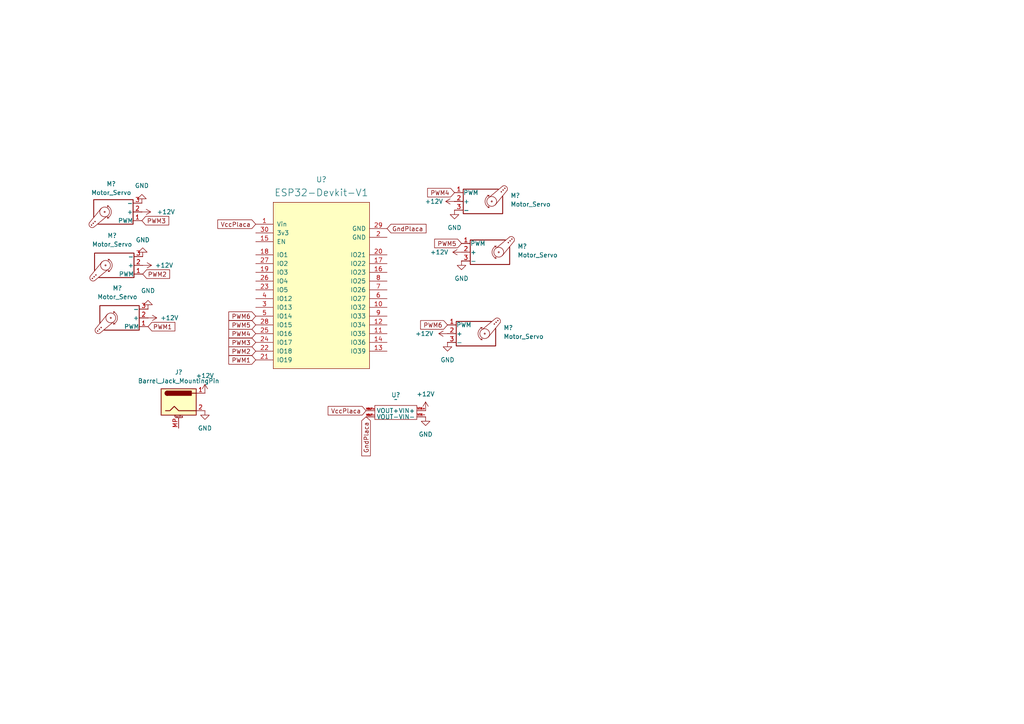
<source format=kicad_sch>
(kicad_sch (version 20231120) (generator "eeschema") (generator_version "8.0")
  (paper "A4")
  (lib_symbols
    (symbol "Connector:Barrel_Jack_MountingPin" (pin_names hide)
      (property "Reference" "J" (at 0 5.334 0))
      (property "Value" "Barrel_Jack_MountingPin" (at 1.27 -6.35 0))
      (symbol "Barrel_Jack_MountingPin_0_1"
        (rectangle (start -5.08 3.81) (end 5.08 -3.81) (stroke (width 0.254)) (fill (type background)))
        (arc (start -3.302 3.175) (mid -3.9343 2.54) (end -3.302 1.905) (stroke (width 0.254)))
        (arc (start -3.302 3.175) (mid -3.9343 2.54) (end -3.302 1.905) (stroke (width 0.254)) (fill (type outline)))
        (polyline (pts (xy 5.08 2.54) (xy 3.81 2.54)) (stroke (width 0.254)))
        (polyline (pts (xy -3.81 -2.54) (xy -2.54 -2.54) (xy -1.27 -1.27) (xy 0 -2.54) (xy 2.54 -2.54) (xy 5.08 -2.54)) (stroke (width 0.254)))
        (rectangle (start 3.683 3.175) (end -3.302 1.905) (stroke (width 0.254)) (fill (type outline)))
      )
      (symbol "Barrel_Jack_MountingPin_1_1"
        (polyline (pts (xy -1.016 -4.572) (xy 1.016 -4.572)) (stroke (width 0.1524)))
        (text "Mounting" (at 0 -4.191 0) (effects (font (size 0.381 0.381))))
        (pin passive line (at 7.62 2.54 180) (length 2.54) (name "~") (number "1"))
        (pin passive line (at 7.62 -2.54 180) (length 2.54) (name "~") (number "2"))
        (pin passive line (at 0 -7.62 90) (length 3.048) (name "MountPin") (number "MP"))
      )
    )
    (symbol "Motor:Motor_Servo" (pin_names (offset 0.0254))
      (property "Reference" "M" (at -5.08 4.445 0))
      (property "Value" "Motor_Servo" (at -5.08 -4.064 0))
      (symbol "Motor_Servo_0_1"
        (polyline (pts (xy 2.413 -1.778) (xy 2.032 -1.778)))
        (polyline (pts (xy 2.413 -1.778) (xy 2.286 -1.397)))
        (polyline (pts (xy 2.413 1.778) (xy 1.905 1.778)))
        (polyline (pts (xy 2.413 1.778) (xy 2.286 1.397)))
        (polyline (pts (xy 6.35 4.445) (xy 2.54 1.27)))
        (polyline (pts (xy 7.62 3.175) (xy 4.191 -1.016)))
        (polyline (pts (xy 5.08 3.556) (xy -5.08 3.556) (xy -5.08 -3.556) (xy 6.35 -3.556) (xy 6.35 1.524)) (stroke (width 0.254)))
        (arc (start 2.413 1.778) (mid 1.2406 0) (end 2.413 -1.778))
        (circle (center 3.175 0) (radius 0.1778))
        (circle (center 3.175 0) (radius 1.4224))
        (circle (center 5.969 2.794) (radius 0.127))
        (circle (center 6.477 3.302) (radius 0.127))
        (circle (center 6.985 3.81) (radius 0.127))
        (arc (start 7.62 3.175) (mid 7.4485 4.2735) (end 6.35 4.445))
      )
      (symbol "Motor_Servo_1_1"
        (pin passive line (at -7.62 2.54 0) (length 2.54) (name "PWM") (number "1"))
        (pin passive line (at -7.62 0 0) (length 2.54) (name "+") (number "2"))
        (pin passive line (at -7.62 -2.54 0) (length 2.54) (name "-") (number "3"))
      )
    )
    (symbol "Mt3608:LM2596"
      (property "Reference" "U" (at 0 3.81 0))
      (symbol "LM2596_0_1"
        (rectangle (start -6.096 2.794) (end 6.096 -1.27))
      )
      (symbol "LM2596_1_1"
        (pin input line (at 8.636 1.27 180) (length 2.54) (name "VIN+") (number "VIN+"))
        (pin input line (at 8.636 -0.508 180) (length 2.54) (name "VIN-") (number "VIN-"))
        (pin input line (at -8.636 1.27 0) (length 2.54) (name "VOUT+") (number "VOUT+"))
        (pin input line (at -8.636 -0.508 0) (length 2.54) (name "VOUT-") (number "VOUT-"))
      )
    )
    (symbol "esp32-devkit-v1:ESP32-Devkit-V1" (pin_names (offset 1.016))
      (property "Reference" "U" (at 13.97 -21.59 0))
      (property "Value" "ESP32-Devkit-V1" (at 13.97 -2.54 0))
      (symbol "ESP32-Devkit-V1_0_1"
        (rectangle (start 0 0) (end 27.94 -48.26) (fill (type background)))
      )
      (symbol "ESP32-Devkit-V1_1_1"
        (pin power_in line (at -5.08 -6.35 0) (length 5.08) (name "Vin") (number "1"))
        (pin bidirectional line (at 33.02 -30.48 180) (length 5.08) (name "IO32") (number "10"))
        (pin bidirectional line (at 33.02 -38.1 180) (length 5.08) (name "IO35") (number "11"))
        (pin bidirectional line (at 33.02 -35.56 180) (length 5.08) (name "IO34") (number "12"))
        (pin bidirectional line (at 33.02 -43.18 180) (length 5.08) (name "IO39") (number "13"))
        (pin bidirectional line (at 33.02 -40.64 180) (length 5.08) (name "IO36") (number "14"))
        (pin input line (at -5.08 -11.43 0) (length 5.08) (name "EN") (number "15"))
        (pin bidirectional line (at 33.02 -20.32 180) (length 5.08) (name "IO23") (number "16"))
        (pin bidirectional line (at 33.02 -17.78 180) (length 5.08) (name "IO22") (number "17"))
        (pin bidirectional line (at -5.08 -15.24 0) (length 5.08) (name "IO1") (number "18"))
        (pin bidirectional line (at -5.08 -20.32 0) (length 5.08) (name "IO3") (number "19"))
        (pin power_out line (at 33.02 -10.16 180) (length 5.08) (name "GND") (number "2"))
        (pin bidirectional line (at 33.02 -15.24 180) (length 5.08) (name "IO21") (number "20"))
        (pin bidirectional line (at -5.08 -45.72 0) (length 5.08) (name "IO19") (number "21"))
        (pin bidirectional line (at -5.08 -43.18 0) (length 5.08) (name "IO18") (number "22"))
        (pin bidirectional line (at -5.08 -25.4 0) (length 5.08) (name "IO5") (number "23"))
        (pin bidirectional line (at -5.08 -40.64 0) (length 5.08) (name "IO17") (number "24"))
        (pin bidirectional line (at -5.08 -38.1 0) (length 5.08) (name "IO16") (number "25"))
        (pin bidirectional line (at -5.08 -22.86 0) (length 5.08) (name "IO4") (number "26"))
        (pin bidirectional line (at -5.08 -17.78 0) (length 5.08) (name "IO2") (number "27"))
        (pin bidirectional line (at -5.08 -35.56 0) (length 5.08) (name "IO15") (number "28"))
        (pin power_out line (at 33.02 -7.62 180) (length 5.08) (name "GND") (number "29"))
        (pin bidirectional line (at -5.08 -30.48 0) (length 5.08) (name "IO13") (number "3"))
        (pin power_out line (at -5.08 -8.89 0) (length 5.08) (name "3v3") (number "30"))
        (pin bidirectional line (at -5.08 -27.94 0) (length 5.08) (name "IO12") (number "4"))
        (pin bidirectional line (at -5.08 -33.02 0) (length 5.08) (name "IO14") (number "5"))
        (pin bidirectional line (at 33.02 -27.94 180) (length 5.08) (name "IO27") (number "6"))
        (pin bidirectional line (at 33.02 -25.4 180) (length 5.08) (name "IO26") (number "7"))
        (pin bidirectional line (at 33.02 -22.86 180) (length 5.08) (name "IO25") (number "8"))
        (pin bidirectional line (at 33.02 -33.02 180) (length 5.08) (name "IO33") (number "9"))
      )
    )
    (symbol "power:+12V" (power) (pin_numbers hide) (pin_names (offset 0) hide)
      (property "Value" "+12V" (at 0 3.556 0))
      (symbol "+12V_0_1"
        (polyline (pts (xy -0.762 1.27) (xy 0 2.54)))
        (polyline (pts (xy 0 0) (xy 0 2.54)))
        (polyline (pts (xy 0 2.54) (xy 0.762 1.27)))
      )
      (symbol "+12V_1_1"
        (pin power_in line (at 0 0 90) (length 0) (name "~") (number "1"))
      )
    )
    (symbol "power:GND" (power) (pin_numbers hide) (pin_names (offset 0) hide)
      (property "Value" "GND" (at 0 -3.81 0))
      (symbol "GND_0_1"
        (polyline (pts (xy 0 0) (xy 0 -1.27) (xy 1.27 -1.27) (xy 0 -2.54) (xy -1.27 -1.27) (xy 0 -1.27)))
      )
      (symbol "GND_1_1"
        (pin power_in line (at 0 0 270) (length 0) (name "~") (number "1"))
      )
    )
  )
  (global_label "PWM5" (shape input) (at 133.858 70.612 180) (property "Intersheetrefs" "${INTERSHEET_REFS}" (effects (hide yes))))
  (global_label "VccPlaca" (shape input) (at 74.168 65.024 180) (property "Intersheetrefs" "${INTERSHEET_REFS}" (effects (hide yes))))
  (global_label "PWM3" (shape input) (at 74.168 99.314 180) (property "Intersheetrefs" "${INTERSHEET_REFS}" (effects (hide yes))))
  (global_label "PWM2" (shape input) (at 41.402 79.502 0) (property "Intersheetrefs" "${INTERSHEET_REFS}" (effects (hide yes))))
  (global_label "PWM3" (shape input) (at 41.148 64.008 0) (property "Intersheetrefs" "${INTERSHEET_REFS}" (effects (hide yes))))
  (global_label "PWM6" (shape input) (at 74.168 91.694 180) (property "Intersheetrefs" "${INTERSHEET_REFS}" (effects (hide yes))))
  (global_label "PWM5" (shape input) (at 74.168 94.234 180) (property "Intersheetrefs" "${INTERSHEET_REFS}" (effects (hide yes))))
  (global_label "PWM2" (shape input) (at 74.168 101.854 180) (property "Intersheetrefs" "${INTERSHEET_REFS}" (effects (hide yes))))
  (global_label "GndPlaca" (shape input) (at 106.172 120.904 270) (property "Intersheetrefs" "${INTERSHEET_REFS}" (effects (hide yes))))
  (global_label "PWM1" (shape input) (at 42.926 94.742 0) (property "Intersheetrefs" "${INTERSHEET_REFS}" (effects (hide yes))))
  (global_label "GndPlaca" (shape input) (at 112.268 66.294 0) (property "Intersheetrefs" "${INTERSHEET_REFS}" (effects (hide yes))))
  (global_label "PWM4" (shape input) (at 131.826 55.88 180) (property "Intersheetrefs" "${INTERSHEET_REFS}" (effects (hide yes))))
  (global_label "PWM6" (shape input) (at 129.794 94.234 180) (property "Intersheetrefs" "${INTERSHEET_REFS}" (effects (hide yes))))
  (global_label "PWM4" (shape input) (at 74.168 96.774 180) (property "Intersheetrefs" "${INTERSHEET_REFS}" (effects (hide yes))))
  (global_label "PWM1" (shape input) (at 74.168 104.394 180) (property "Intersheetrefs" "${INTERSHEET_REFS}" (effects (hide yes))))
  (global_label "VccPlaca" (shape input) (at 106.172 119.126 180) (property "Intersheetrefs" "${INTERSHEET_REFS}" (effects (hide yes))))
  (symbol (lib_id "power:GND") (at 41.148 58.928 180) (unit 1)
    (property "Reference" "#PWR014" (effects (hide yes)))
    (property "Value" "GND" (at 41.148 53.848 0))
    (property "Description" "Power symbol creates a global label with name \"GND\" , ground" (effects (hide yes)))
  )
  (symbol (lib_id "power:+12V") (at 123.444 119.126 0) (unit 1)
    (property "Reference" "#PWR08" (effects (hide yes)))
    (property "Value" "+12V" (at 123.444 114.3 0))
    (property "Description" "Power symbol creates a global label with name \"+12V\"" (effects (hide yes)))
  )
  (symbol (lib_id "Motor:Motor_Servo") (at 141.478 73.152 0) (unit 1)
    (property "Reference" "M?" (at 150.114 71.4485 0) (effects (justify left)))
    (property "Value" "Motor_Servo" (at 150.114 73.9885 0) (effects (justify left)))
    (property "Footprint" "Connector_PinHeader_2.54mm:PinHeader_1x03_P2.54mm_Vertical" (effects (hide yes)))
    (property "Datasheet" "http://forums.parallax.com/uploads/attachments/46831/74481.png" (effects (hide yes)))
    (property "Description" "Servo Motor (Futaba, HiTec, JR connector)" (effects (hide yes)))
  )
  (symbol (lib_id "power:GND") (at 133.858 75.692 0) (unit 1)
    (property "Reference" "#PWR012" (effects (hide yes)))
    (property "Value" "GND" (at 133.858 80.772 0))
    (property "Description" "Power symbol creates a global label with name \"GND\" , ground" (effects (hide yes)))
  )
  (symbol (lib_id "power:GND") (at 59.436 119.126 0) (unit 1)
    (property "Reference" "#PWR09" (effects (hide yes)))
    (property "Value" "GND" (at 59.436 124.206 0))
    (property "Description" "Power symbol creates a global label with name \"GND\" , ground" (effects (hide yes)))
  )
  (symbol (lib_id "power:+12V") (at 41.148 61.468 270) (unit 1)
    (property "Reference" "#PWR06" (effects (hide yes)))
    (property "Value" "+12V" (at 45.466 61.4679 90) (effects (justify left)))
    (property "Description" "Power symbol creates a global label with name \"+12V\"" (effects (hide yes)))
  )
  (symbol (lib_id "power:+12V") (at 42.926 92.202 270) (unit 1)
    (property "Reference" "#PWR03" (effects (hide yes)))
    (property "Value" "+12V" (at 46.482 92.2019 90) (effects (justify left)))
    (property "Description" "Power symbol creates a global label with name \"+12V\"" (effects (hide yes)))
  )
  (symbol (lib_id "power:+12V") (at 131.826 58.42 90) (unit 1)
    (property "Reference" "#PWR05" (effects (hide yes)))
    (property "Value" "+12V" (at 128.524 58.4199 90) (effects (justify left)))
    (property "Description" "Power symbol creates a global label with name \"+12V\"" (effects (hide yes)))
  )
  (symbol (lib_id "power:+12V") (at 129.794 96.774 90) (unit 1)
    (property "Reference" "#PWR02" (effects (hide yes)))
    (property "Value" "+12V" (at 125.73 96.7739 90) (effects (justify left)))
    (property "Description" "Power symbol creates a global label with name \"+12V\"" (effects (hide yes)))
  )
  (symbol (lib_id "Mt3608:LM2596") (at 114.808 120.396 0) (unit 1)
    (property "Reference" "U?" (at 114.808 114.554 0))
    (property "Value" "~" (at 114.808 115.824 0))
  )
  (symbol (lib_id "power:GND") (at 123.444 120.904 0) (unit 1)
    (property "Reference" "#PWR010" (effects (hide yes)))
    (property "Value" "GND" (at 123.444 125.984 0))
    (property "Description" "Power symbol creates a global label with name \"GND\" , ground" (effects (hide yes)))
  )
  (symbol (lib_id "esp32-devkit-v1:ESP32-Devkit-V1") (at 79.248 58.674 0) (unit 1)
    (property "Reference" "U?" (at 93.218 52.07 0) (effects (font (size 1.524 1.524))))
    (property "Value" "ESP32-Devkit-V1" (at 93.218 55.88 0) (effects (font (size 2.0066 2.0066))))
  )
  (symbol (lib_id "power:GND") (at 131.826 60.96 0) (unit 1)
    (property "Reference" "#PWR013" (effects (hide yes)))
    (property "Value" "GND" (at 131.826 66.04 0))
    (property "Description" "Power symbol creates a global label with name \"GND\" , ground" (effects (hide yes)))
  )
  (symbol (lib_id "Motor:Motor_Servo") (at 35.306 92.202 180) (unit 1)
    (property "Reference" "M?" (at 34.0471 83.566 0))
    (property "Value" "Motor_Servo" (at 34.0471 86.106 0))
    (property "Footprint" "Connector_PinHeader_2.54mm:PinHeader_1x03_P2.54mm_Vertical" (effects (hide yes)))
    (property "Datasheet" "http://forums.parallax.com/uploads/attachments/46831/74481.png" (effects (hide yes)))
    (property "Description" "Servo Motor (Futaba, HiTec, JR connector)" (effects (hide yes)))
  )
  (symbol (lib_id "power:GND") (at 129.794 99.314 0) (unit 1)
    (property "Reference" "#PWR011" (effects (hide yes)))
    (property "Value" "GND" (at 129.794 104.394 0))
    (property "Description" "Power symbol creates a global label with name \"GND\" , ground" (effects (hide yes)))
  )
  (symbol (lib_id "Motor:Motor_Servo") (at 33.782 76.962 180) (unit 1)
    (property "Reference" "M?" (at 32.5231 68.326 0))
    (property "Value" "Motor_Servo" (at 32.5231 70.866 0))
    (property "Footprint" "Connector_PinHeader_2.54mm:PinHeader_1x03_P2.54mm_Vertical" (effects (hide yes)))
    (property "Datasheet" "http://forums.parallax.com/uploads/attachments/46831/74481.png" (effects (hide yes)))
    (property "Description" "Servo Motor (Futaba, HiTec, JR connector)" (effects (hide yes)))
  )
  (symbol (lib_id "power:+12V") (at 133.858 73.152 90) (unit 1)
    (property "Reference" "#PWR04" (effects (hide yes)))
    (property "Value" "+12V" (at 130.048 73.1519 90) (effects (justify left)))
    (property "Description" "Power symbol creates a global label with name \"+12V\"" (effects (hide yes)))
  )
  (symbol (lib_id "Motor:Motor_Servo") (at 33.528 61.468 180) (unit 1)
    (property "Reference" "M?" (at 32.2691 53.34 0))
    (property "Value" "Motor_Servo" (at 32.2691 55.88 0))
    (property "Footprint" "Connector_PinHeader_2.54mm:PinHeader_1x03_P2.54mm_Vertical" (effects (hide yes)))
    (property "Datasheet" "http://forums.parallax.com/uploads/attachments/46831/74481.png" (effects (hide yes)))
    (property "Description" "Servo Motor (Futaba, HiTec, JR connector)" (effects (hide yes)))
  )
  (symbol (lib_id "power:GND") (at 41.402 74.422 180) (unit 1)
    (property "Reference" "#PWR015" (effects (hide yes)))
    (property "Value" "GND" (at 41.402 69.596 0))
    (property "Description" "Power symbol creates a global label with name \"GND\" , ground" (effects (hide yes)))
  )
  (symbol (lib_id "power:+12V") (at 59.436 114.046 0) (unit 1)
    (property "Reference" "#PWR01" (effects (hide yes)))
    (property "Value" "+12V" (at 59.436 108.966 0))
    (property "Description" "Power symbol creates a global label with name \"+12V\"" (effects (hide yes)))
  )
  (symbol (lib_id "power:GND") (at 42.926 89.662 180) (unit 1)
    (property "Reference" "#PWR016" (effects (hide yes)))
    (property "Value" "GND" (at 42.926 84.328 0))
    (property "Description" "Power symbol creates a global label with name \"GND\" , ground" (effects (hide yes)))
  )
  (symbol (lib_id "Connector:Barrel_Jack_MountingPin") (at 51.816 116.586 0) (unit 1)
    (property "Reference" "J?" (at 51.816 107.95 0))
    (property "Value" "Barrel_Jack_MountingPin" (at 51.816 110.49 0))
    (property "Footprint" "Connector_BarrelJack:BarrelJack_CUI_PJ-102AH_Horizontal" (effects (hide yes)))
    (property "Description" "DC Barrel Jack with a mounting pin" (effects (hide yes)))
  )
  (symbol (lib_id "Motor:Motor_Servo") (at 139.446 58.42 0) (unit 1)
    (property "Reference" "M?" (at 148.082 56.7165 0) (effects (justify left)))
    (property "Value" "Motor_Servo" (at 148.082 59.2565 0) (effects (justify left)))
    (property "Footprint" "Connector_PinHeader_2.54mm:PinHeader_1x03_P2.54mm_Vertical" (effects (hide yes)))
    (property "Datasheet" "http://forums.parallax.com/uploads/attachments/46831/74481.png" (effects (hide yes)))
    (property "Description" "Servo Motor (Futaba, HiTec, JR connector)" (effects (hide yes)))
  )
  (symbol (lib_id "Motor:Motor_Servo") (at 137.414 96.774 0) (unit 1)
    (property "Reference" "M?" (at 146.05 95.0705 0) (effects (justify left)))
    (property "Value" "Motor_Servo" (at 146.05 97.6105 0) (effects (justify left)))
    (property "Footprint" "Connector_PinHeader_2.54mm:PinHeader_1x03_P2.54mm_Vertical" (effects (hide yes)))
    (property "Datasheet" "http://forums.parallax.com/uploads/attachments/46831/74481.png" (effects (hide yes)))
    (property "Description" "Servo Motor (Futaba, HiTec, JR connector)" (effects (hide yes)))
  )
  (symbol (lib_id "power:+12V") (at 41.402 76.962 270) (unit 1)
    (property "Reference" "#PWR07" (effects (hide yes)))
    (property "Value" "+12V" (at 44.958 76.9619 90) (effects (justify left)))
    (property "Description" "Power symbol creates a global label with name \"+12V\"" (effects (hide yes)))
  )
)
</source>
